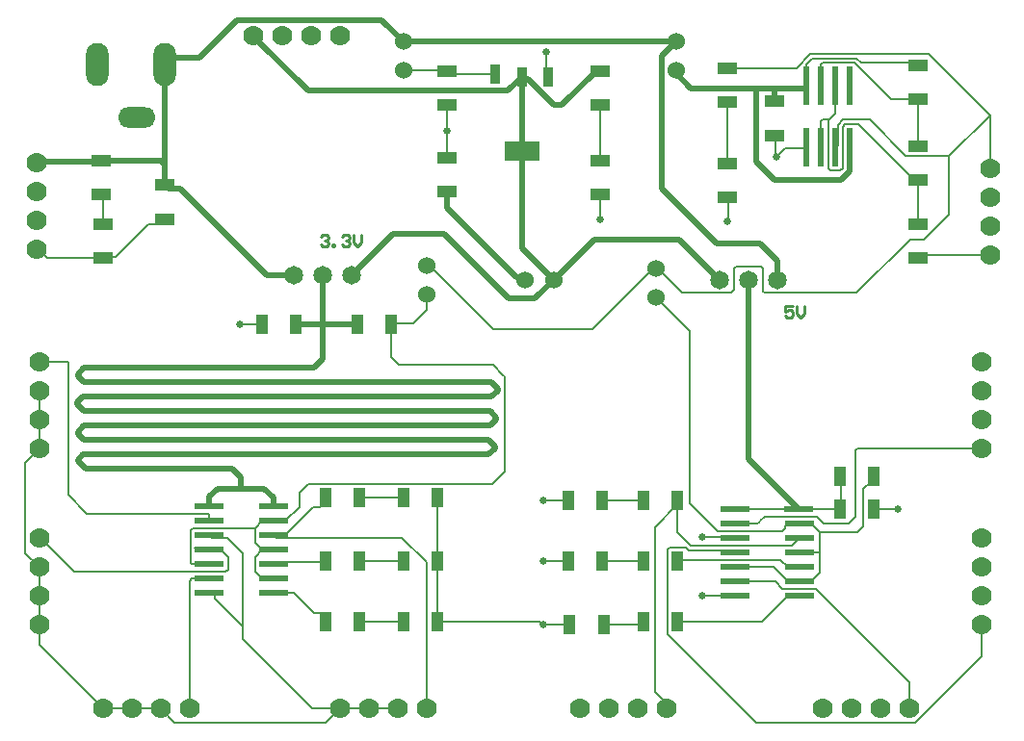
<source format=gbr>
G04*
G04 #@! TF.GenerationSoftware,Altium Limited,Altium Designer,24.1.2 (44)*
G04*
G04 Layer_Physical_Order=1*
G04 Layer_Color=255*
%FSLAX44Y44*%
%MOMM*%
G71*
G04*
G04 #@! TF.SameCoordinates,D001C995-844A-49CF-98A3-68F74957D7C1*
G04*
G04*
G04 #@! TF.FilePolarity,Positive*
G04*
G01*
G75*
%ADD10C,0.5080*%
%ADD11C,0.2540*%
%ADD12C,0.1524*%
%ADD18R,0.8382X1.7000*%
%ADD19R,3.0988X1.7000*%
%ADD20R,1.8034X1.1176*%
%ADD21R,1.1176X1.8034*%
%ADD22R,0.6000X3.4000*%
%ADD23R,2.6500X0.6000*%
%ADD36C,1.5240*%
%ADD37C,1.6500*%
%ADD38O,2.0000X3.8000*%
%ADD39O,3.3000X1.8000*%
%ADD40C,1.7780*%
%ADD41C,0.6350*%
D10*
X454660Y573520D02*
X456680Y571500D01*
X459740D01*
X482600Y548640D02*
X489585D01*
X454660Y422910D02*
Y508520D01*
Y569412D02*
Y571500D01*
X459740D02*
X482600Y548640D01*
X454660Y508520D02*
Y569211D01*
X489585Y548640D02*
X519811Y578866D01*
X442480Y561340D02*
X454660Y573520D01*
X222250Y605790D02*
X266700Y561340D01*
X442480D01*
X63834Y287100D02*
X68834Y292100D01*
X63834Y285416D02*
X69850Y279400D01*
X147740Y590660D02*
X171560D01*
X204470Y623570D01*
X331470D01*
X388620Y458470D02*
Y472694D01*
X577850Y474980D02*
X626110Y426720D01*
X577850Y474980D02*
Y591820D01*
X590550Y604520D01*
X626110Y426720D02*
X664210D01*
X676910Y554736D02*
Y563626D01*
X704390D01*
X660125D02*
X676910D01*
X704390D02*
X704850Y564086D01*
Y565480D01*
X660125Y563626D02*
X660781Y562970D01*
Y498729D02*
Y562970D01*
X603504Y563626D02*
X660125D01*
X144018Y475488D02*
X154305D01*
X140970Y478536D02*
X144018Y475488D01*
X140970Y495895D02*
X141280Y496205D01*
X140970Y478536D02*
Y495895D01*
X137359Y500126D02*
X141280Y496205D01*
Y584200D01*
X85090Y500126D02*
X137359D01*
X664210Y426720D02*
X679450Y411480D01*
X593090Y430530D02*
X628650Y394970D01*
X518160Y430530D02*
X593090D01*
X482600Y394970D02*
X518160Y430530D01*
X735638Y482908D02*
X742950Y490220D01*
X676602Y482908D02*
X735638D01*
X660781Y498729D02*
X676602Y482908D01*
X742950Y490220D02*
Y511480D01*
X454660Y422910D02*
X482600Y394970D01*
X350520Y604520D02*
X590550D01*
X331470Y623570D02*
X350520Y604520D01*
X141280Y584200D02*
X147740Y590660D01*
X231013Y398780D02*
X254000D01*
X154305Y475488D02*
X231013Y398780D01*
X29083Y498983D02*
X83947D01*
X27940Y497840D02*
X29083Y498983D01*
X83947D02*
X85090Y500126D01*
X590550Y576580D02*
X603504Y563626D01*
X654050Y237070D02*
Y394970D01*
Y237070D02*
X698080Y193040D01*
X679450Y394970D02*
Y411480D01*
X69850Y317500D02*
X271780D01*
X279400Y325120D02*
Y356790D01*
X271780Y317500D02*
X279400Y325120D01*
X427990Y292100D02*
X433498Y297608D01*
X427990Y304800D02*
X433498Y299292D01*
X68834Y292100D02*
X427990D01*
X69850Y304800D02*
X427990D01*
X426720Y266700D02*
X432228Y272208D01*
X426720Y279400D02*
X432228Y273892D01*
X69850Y279400D02*
X426720D01*
X69850Y266700D02*
X426720D01*
X425524Y253925D02*
X430958Y248492D01*
X425450Y241300D02*
X430958Y246808D01*
X68834Y241300D02*
X425450D01*
X69845Y253925D02*
X425524D01*
X64302Y259468D02*
X69845Y253925D01*
X64302Y261152D02*
X69850Y266700D01*
X207645Y211248D02*
X228172D01*
X187118D02*
X207645D01*
X279400Y356790D02*
Y398780D01*
X280590Y355600D02*
X309880D01*
X256286D02*
X278210D01*
X64469Y310181D02*
X69850Y304800D01*
X64469Y312119D02*
X69850Y317500D01*
X64469Y236935D02*
X68834Y241300D01*
X64469Y235251D02*
X71120Y228600D01*
X200105D01*
X207645Y221060D01*
Y211248D02*
Y221060D01*
X179920Y195580D02*
Y204050D01*
X187118Y211248D01*
X228172D02*
X236220Y203200D01*
Y195580D02*
Y203200D01*
X443230Y378460D02*
X466090D01*
X386080Y435610D02*
X443230Y378460D01*
X466090D02*
X482600Y394970D01*
X341630Y435610D02*
X386080D01*
X304800Y398780D02*
X341630Y435610D01*
X388620Y458470D02*
X449496Y397594D01*
D11*
X692571Y372107D02*
X685800D01*
Y367028D01*
X689186Y368721D01*
X690878D01*
X692571Y367028D01*
Y363643D01*
X690878Y361950D01*
X687493D01*
X685800Y363643D01*
X695957Y372107D02*
Y365336D01*
X699342Y361950D01*
X702728Y365336D01*
Y372107D01*
X278130Y432644D02*
X279823Y434337D01*
X283208D01*
X284901Y432644D01*
Y430951D01*
X283208Y429258D01*
X281516D01*
X283208D01*
X284901Y427566D01*
Y425873D01*
X283208Y424180D01*
X279823D01*
X278130Y425873D01*
X288287Y424180D02*
Y425873D01*
X289979D01*
Y424180D01*
X288287D01*
X296751Y432644D02*
X298443Y434337D01*
X301829D01*
X303522Y432644D01*
Y430951D01*
X301829Y429258D01*
X300136D01*
X301829D01*
X303522Y427566D01*
Y425873D01*
X301829Y424180D01*
X298443D01*
X296751Y425873D01*
X306907Y434337D02*
Y427566D01*
X310293Y424180D01*
X313678Y427566D01*
Y434337D01*
D12*
X454660Y569211D02*
X458089Y565782D01*
X677916Y503184D02*
X678180Y502920D01*
X685800Y510540D01*
X703910D01*
X676910Y522224D02*
X677916Y521218D01*
Y503184D02*
Y521218D01*
X703910Y510540D02*
X704850Y511480D01*
X30480Y246380D02*
Y271780D01*
Y297180D01*
X126238Y443738D02*
X136144D01*
X97489Y414989D02*
X126238Y443738D01*
X136144D02*
X140970Y448564D01*
X54987Y322580D02*
X55880Y321687D01*
Y205740D02*
Y321687D01*
Y205740D02*
X72342Y189278D01*
X30480Y322580D02*
X54987D01*
X64469Y235251D02*
Y236935D01*
X64302Y259468D02*
Y261152D01*
X63834Y285416D02*
Y287100D01*
X64469Y310181D02*
Y312119D01*
X350520Y579120D02*
X387716D01*
X473710Y200660D02*
X495554D01*
X238878Y147018D02*
X281892D01*
X282194Y147320D01*
X236640Y144780D02*
X238878Y147018D01*
X635000Y581406D02*
X695917D01*
X708421Y593910D01*
X704850Y565480D02*
Y584592D01*
X635500Y446270D02*
X636270Y450381D01*
X380746Y93980D02*
X469864D01*
X472404Y91440D01*
X473710D01*
X391466Y576020D02*
X431546D01*
X476250Y575044D02*
Y595630D01*
X454660Y573520D02*
Y577829D01*
X86360Y414274D02*
X87075Y414989D01*
X97489D01*
X37816Y414274D02*
X86360D01*
X612487Y117763D02*
X613410Y116840D01*
X641780D01*
X613410Y168910D02*
X640510D01*
X641780Y167640D01*
X582676Y83595D02*
X660683Y5588D01*
X582676Y83595D02*
Y157705D01*
X808199Y430530D02*
X830355Y452687D01*
X749178Y383418D02*
X796290Y430530D01*
X808199D01*
X668142Y383418D02*
X749178D01*
X602596Y198604D02*
Y349904D01*
X572770Y379730D02*
X602596Y349904D01*
X666750Y384810D02*
Y405130D01*
Y384810D02*
X668142Y383418D01*
X665358Y406522D02*
X666750Y405130D01*
X642742Y406522D02*
X665358D01*
X641350Y405130D02*
X642742Y406522D01*
X641350Y386080D02*
Y405130D01*
X595752Y383418D02*
X638688D01*
X641350Y386080D01*
X572770Y405130D02*
X574040D01*
X595752Y383418D01*
X570230Y405130D02*
X572770D01*
X516890Y351790D02*
X570230Y405130D01*
X429260Y351790D02*
X516890D01*
X650288Y193040D02*
X652526Y195278D01*
X804926Y416560D02*
X866140D01*
X636270Y450381D02*
Y466344D01*
X635000Y467614D02*
X636270Y466344D01*
X748030Y186690D02*
Y245190D01*
X720090Y180340D02*
X741760D01*
X742950Y181530D01*
Y181610D01*
X748030Y186690D01*
Y245190D02*
X749220Y246380D01*
X858520D01*
X667972Y186642D02*
X713788D01*
X720090Y180340D01*
X662962Y181632D02*
X664210Y182880D01*
X641780Y180340D02*
X661772D01*
X662962Y181530D01*
X664210Y182880D02*
Y182880D01*
X662962Y181530D02*
Y181632D01*
X664210Y182880D02*
X667972Y186642D01*
X754380Y211074D02*
X757951Y214645D01*
X749300Y172720D02*
X754380Y177800D01*
Y211074D01*
X716370Y172720D02*
X749300D01*
X688250Y180340D02*
X698500D01*
X708750D01*
X716370Y154940D02*
Y172720D01*
X708750Y180340D02*
X716370Y172720D01*
X650288Y193040D02*
X698080D01*
X734314D01*
X602596Y198604D02*
X625228Y175972D01*
Y175972D02*
Y175972D01*
X627162Y174038D02*
X683600D01*
X625228Y175972D02*
X627162Y174038D01*
X800070Y5588D02*
X858520Y64038D01*
X660683Y5588D02*
X800070D01*
X584610Y159639D02*
X599154D01*
X582676Y157705D02*
X584610Y159639D01*
X599154D02*
X601615Y157178D01*
X858520Y64038D02*
Y91440D01*
X639542Y157178D02*
X641780Y154940D01*
X601615Y157178D02*
X639542D01*
X665390Y93980D02*
X688250Y116840D01*
X571500Y32339D02*
Y177165D01*
Y32339D02*
X581660Y22179D01*
X571500Y177165D02*
X591566Y197231D01*
X603298Y161242D02*
X692102D01*
X591566Y172974D02*
X603298Y161242D01*
X591566Y172974D02*
Y197231D01*
X686012Y176450D02*
Y178102D01*
X683600Y174038D02*
X686012Y176450D01*
Y178102D02*
X688250Y180340D01*
X591566Y147320D02*
X592788Y148542D01*
X681948D01*
X688250Y142240D01*
X581660Y17780D02*
Y22179D01*
X692102Y161242D02*
X698500Y167640D01*
X591566Y197231D02*
Y200660D01*
X641780Y193040D02*
X650288D01*
X765556Y219471D02*
Y222250D01*
X757951Y214645D02*
X760730D01*
X765556Y219471D01*
X764286Y193040D02*
X784860D01*
X764286D02*
X765556Y194310D01*
X734314Y193040D02*
X735584Y194310D01*
Y222250D01*
X675550Y142240D02*
X688250Y129540D01*
X698500D01*
X641780Y142240D02*
X675550D01*
X716370Y137160D02*
Y154940D01*
X698500D02*
X716370D01*
X708750Y129540D02*
X716370Y137160D01*
X698500Y129540D02*
X708750D01*
X795020Y17780D02*
Y41240D01*
X713022Y123238D02*
X795020Y41240D01*
X683882Y123238D02*
X713022D01*
X677580Y129540D02*
X683882Y123238D01*
X641780Y129540D02*
X677580D01*
X688250Y142240D02*
X698500D01*
X688250Y116840D02*
X698500D01*
X591566Y93980D02*
X665390D01*
X559054Y91440D02*
X561594Y93980D01*
X526796Y91440D02*
X559054D01*
X473710D02*
X496824D01*
X473710Y147320D02*
X495554D01*
X525526D02*
X561594D01*
X525526Y200660D02*
X561594D01*
X370840Y410210D02*
X429260Y351790D01*
X830355Y452687D02*
Y503936D01*
X346710Y320040D02*
X429260D01*
X339852Y326898D02*
Y355600D01*
Y326898D02*
X346710Y320040D01*
X429260D02*
X438150Y311150D01*
X439420Y226060D02*
Y309960D01*
X438150Y311150D02*
X438230D01*
X439420Y309960D01*
X433498Y297608D02*
Y299292D01*
X428879Y215519D02*
X439420Y226060D01*
X432228Y272208D02*
Y273892D01*
X430958Y246808D02*
Y248492D01*
X246890Y182880D02*
X259185Y195175D01*
Y208083D01*
X266620Y215519D01*
X428879D01*
X271655Y194945D02*
X277368D01*
X246890Y170180D02*
X271655Y194945D01*
X277368D02*
X282194Y199771D01*
X339852Y355600D02*
X341122Y356870D01*
X220088Y138382D02*
X226390Y132080D01*
X220088Y138382D02*
Y151178D01*
X226390Y157480D01*
X236640D01*
X226390Y132080D02*
X236640D01*
X219992Y176482D02*
X220088Y176578D01*
X165302Y176482D02*
X219992D01*
X236640Y182880D02*
X246890D01*
X236640Y170180D02*
X246890D01*
X220088Y163782D02*
X226390Y157480D01*
X220088Y163782D02*
Y176578D01*
X226390Y182880D01*
X236640D01*
X190170Y157480D02*
X196472Y151178D01*
X167432Y159718D02*
X169670Y157480D01*
X196125Y167942D02*
X209550Y154517D01*
X196472Y140412D02*
Y151178D01*
X169670Y157480D02*
X179920D01*
X209550Y89750D02*
Y154517D01*
X61088Y138430D02*
X194490D01*
X370840Y17780D02*
Y146529D01*
X349427Y167942D02*
X370840Y146529D01*
X238878Y167942D02*
X349427D01*
X236640Y170180D02*
X238878Y167942D01*
X254676Y119380D02*
X271821Y102235D01*
X236640Y119380D02*
X254676D01*
X282194Y93980D02*
Y97409D01*
X277368Y102235D02*
X282194Y97409D01*
X271821Y102235D02*
X277368D01*
X282194Y199771D02*
Y203200D01*
X380746Y93980D02*
Y147320D01*
X312166Y93980D02*
X350774D01*
X312166Y147320D02*
X350774D01*
X380746D02*
Y203200D01*
X312166D02*
X350774D01*
X278210Y355600D02*
X279400Y356790D01*
X280590Y355600D01*
X194490Y138430D02*
X196472Y140412D01*
X179920Y157480D02*
X190170D01*
X164558Y144780D02*
X179920D01*
X163368Y145970D02*
X164558Y144780D01*
X163368Y145970D02*
Y174548D01*
X165302Y176482D01*
X182158Y167942D02*
X196125D01*
X179920Y170180D02*
X182158Y167942D01*
X30480Y167640D02*
X31878D01*
X61088Y138430D01*
X179920Y119380D02*
X182794D01*
X185032Y114268D02*
X209550Y89750D01*
Y78740D02*
Y89750D01*
X185032Y114268D02*
Y117142D01*
X182794Y119380D02*
X185032Y117142D01*
X209550Y78740D02*
X270510Y17780D01*
X294640D01*
X72342Y189278D02*
X178730D01*
X179920Y188088D01*
Y182880D02*
Y188088D01*
X320040Y17780D02*
X345440D01*
X294640D02*
X320040D01*
X86360D02*
X111760D01*
X137160D01*
X30480Y116840D02*
Y142240D01*
Y91440D02*
Y116840D01*
X162560Y130082D02*
X164558Y132080D01*
X162560Y17780D02*
Y130082D01*
X164558Y132080D02*
X179920D01*
X149352Y5588D02*
X282448D01*
X294640Y17780D01*
X137160D02*
X149352Y5588D01*
X30480Y73660D02*
Y91440D01*
Y73660D02*
X86360Y17780D01*
X18288Y154432D02*
X30480Y142240D01*
X18288Y234188D02*
X30480Y246380D01*
X18288Y154432D02*
Y234188D01*
X341122Y356870D02*
X359410D01*
X370840Y368300D01*
Y384810D01*
X802640Y414274D02*
X804926Y416560D01*
X718820Y535940D02*
X723083D01*
X723948Y535075D01*
Y493112D02*
Y535075D01*
X725882Y491178D02*
X734618D01*
X730250Y541377D02*
Y565480D01*
X717550Y511480D02*
Y534670D01*
X718820Y535940D01*
X723948Y535075D02*
X730250Y541377D01*
X732488Y513718D02*
Y531435D01*
X730250Y511480D02*
X732488Y513718D01*
X792255Y503936D02*
X830355D01*
X760345Y535846D02*
X792255Y503936D01*
X738582Y531782D02*
X750283D01*
X799211Y482854D01*
X734618Y491178D02*
X736600Y493160D01*
Y529800D01*
X732488Y531435D02*
X736899Y535846D01*
X830355Y503936D02*
X866140Y539721D01*
X736600Y529800D02*
X738582Y531782D01*
X723948Y493112D02*
X725882Y491178D01*
X736899Y535846D02*
X760345D01*
X799211Y482854D02*
X802640D01*
Y444246D02*
Y482854D01*
X704850Y497480D02*
Y511480D01*
X635000Y497586D02*
Y551434D01*
X866140Y492760D02*
Y539721D01*
X811951Y593910D02*
X866140Y539721D01*
X708421Y593910D02*
X811951D01*
X717550Y565480D02*
Y584592D01*
X718740Y585782D01*
X747318D01*
X779126Y553974D01*
X802640D01*
X710104Y589846D02*
X749001D01*
X753065Y585782D01*
X800804D01*
X704850Y584592D02*
X710104Y589846D01*
X800804Y585782D02*
X802640Y583946D01*
Y512826D02*
Y553974D01*
X476250Y575044D02*
X477774Y573520D01*
X523240Y500126D02*
Y548894D01*
X449496Y397594D02*
X454576D01*
X457200Y394970D01*
X519811Y578866D02*
X523240D01*
X388620Y502666D02*
Y525780D01*
Y548894D01*
X523240Y448310D02*
Y470154D01*
X207010Y355600D02*
X226314D01*
X30450Y421640D02*
X37816Y414274D01*
X27940Y421640D02*
X30450D01*
X86360Y444246D02*
Y470154D01*
D18*
X431546Y576020D02*
D03*
X454660Y573520D02*
D03*
X477774D02*
D03*
D19*
X454660Y508520D02*
D03*
D20*
X635000Y497586D02*
D03*
Y467614D02*
D03*
X388620Y472694D02*
D03*
Y502666D02*
D03*
X802640Y583946D02*
D03*
Y553974D02*
D03*
Y512826D02*
D03*
Y482854D02*
D03*
Y414274D02*
D03*
Y444246D02*
D03*
X676910Y552196D02*
D03*
Y522224D02*
D03*
X523240Y548894D02*
D03*
Y578866D02*
D03*
X86360Y444246D02*
D03*
Y414274D02*
D03*
X140970Y448564D02*
D03*
Y478536D02*
D03*
X85090Y470154D02*
D03*
Y500126D02*
D03*
X388620Y578866D02*
D03*
Y548894D02*
D03*
X523240Y500126D02*
D03*
Y470154D02*
D03*
X635000Y551434D02*
D03*
Y581406D02*
D03*
D21*
X226314Y355600D02*
D03*
X256286D02*
D03*
X309880D02*
D03*
X339852D02*
D03*
X764286Y193040D02*
D03*
X734314D02*
D03*
Y222250D02*
D03*
X764286D02*
D03*
X312166Y203200D02*
D03*
X282194D02*
D03*
X380746D02*
D03*
X350774D02*
D03*
X561594Y200660D02*
D03*
X591566D02*
D03*
X495554D02*
D03*
X525526D02*
D03*
X312166Y147320D02*
D03*
X282194D02*
D03*
X380746D02*
D03*
X350774D02*
D03*
X561594D02*
D03*
X591566D02*
D03*
X495554D02*
D03*
X525526D02*
D03*
X312166Y93980D02*
D03*
X282194D02*
D03*
X380746D02*
D03*
X350774D02*
D03*
X561594D02*
D03*
X591566D02*
D03*
X496824Y91440D02*
D03*
X526796D02*
D03*
D22*
X704850Y565480D02*
D03*
X717550D02*
D03*
X730250D02*
D03*
X742950D02*
D03*
Y511480D02*
D03*
X730250D02*
D03*
X717550D02*
D03*
X704850D02*
D03*
D23*
X236220Y195580D02*
D03*
X236640Y182880D02*
D03*
Y170180D02*
D03*
Y157480D02*
D03*
Y144780D02*
D03*
Y132080D02*
D03*
Y119380D02*
D03*
X179920D02*
D03*
Y132080D02*
D03*
Y144780D02*
D03*
Y157480D02*
D03*
Y170180D02*
D03*
Y182880D02*
D03*
Y195580D02*
D03*
X698080Y193040D02*
D03*
X698500Y180340D02*
D03*
Y167640D02*
D03*
Y154940D02*
D03*
Y142240D02*
D03*
Y129540D02*
D03*
Y116840D02*
D03*
X641780D02*
D03*
Y129540D02*
D03*
Y142240D02*
D03*
Y154940D02*
D03*
Y167640D02*
D03*
Y180340D02*
D03*
Y193040D02*
D03*
D36*
X572770Y405130D02*
D03*
Y379730D02*
D03*
X370840Y407670D02*
D03*
Y382270D02*
D03*
X590550Y604520D02*
D03*
Y579120D02*
D03*
X457200Y394970D02*
D03*
X482600D02*
D03*
X350520Y604520D02*
D03*
Y579120D02*
D03*
D37*
X679450Y394970D02*
D03*
X654050D02*
D03*
X628650D02*
D03*
X254000Y398780D02*
D03*
X279400D02*
D03*
X304800D02*
D03*
D38*
X141280Y584200D02*
D03*
X81280D02*
D03*
D39*
X116280Y537700D02*
D03*
D40*
X243840Y609600D02*
D03*
X218440D02*
D03*
X294640D02*
D03*
X269240D02*
D03*
X866140Y467360D02*
D03*
Y492760D02*
D03*
Y416560D02*
D03*
Y441960D02*
D03*
X769620Y17780D02*
D03*
X795020D02*
D03*
X718820D02*
D03*
X744220D02*
D03*
X556260D02*
D03*
X581660D02*
D03*
X505460D02*
D03*
X530860D02*
D03*
X858520Y116840D02*
D03*
Y91440D02*
D03*
Y167640D02*
D03*
Y142240D02*
D03*
Y271780D02*
D03*
Y246380D02*
D03*
Y322580D02*
D03*
Y297180D02*
D03*
X30480Y142240D02*
D03*
Y167640D02*
D03*
Y91440D02*
D03*
Y116840D02*
D03*
X345440Y17780D02*
D03*
X370840D02*
D03*
X294640D02*
D03*
X320040D02*
D03*
X137160D02*
D03*
X162560D02*
D03*
X86360D02*
D03*
X111760D02*
D03*
X27940Y472440D02*
D03*
Y497840D02*
D03*
Y421640D02*
D03*
Y447040D02*
D03*
X30480Y297180D02*
D03*
Y322580D02*
D03*
Y246380D02*
D03*
Y271780D02*
D03*
D41*
X678180Y502920D02*
D03*
X635500Y446270D02*
D03*
X476250Y595630D02*
D03*
X613410Y116840D02*
D03*
Y168910D02*
D03*
X784860Y193040D02*
D03*
X473710Y91440D02*
D03*
Y147320D02*
D03*
Y200660D02*
D03*
X388620Y525780D02*
D03*
X523240Y448310D02*
D03*
X207010Y355600D02*
D03*
M02*

</source>
